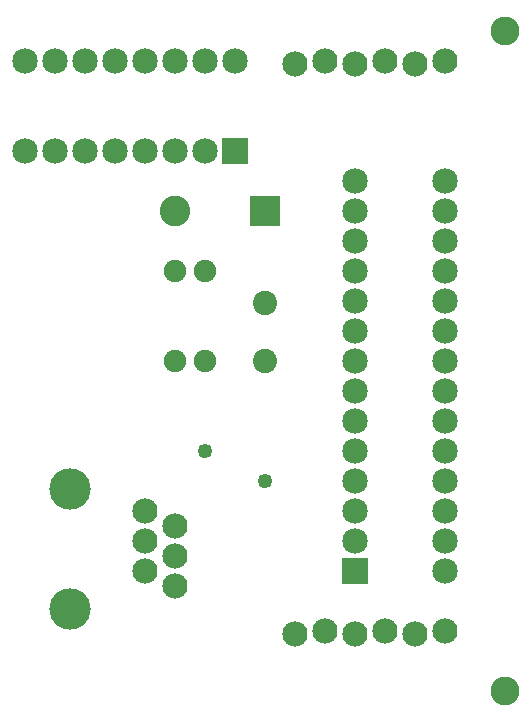
<source format=gts>
G04 MADE WITH FRITZING*
G04 WWW.FRITZING.ORG*
G04 DOUBLE SIDED*
G04 HOLES PLATED*
G04 CONTOUR ON CENTER OF CONTOUR VECTOR*
%ASAXBY*%
%FSLAX23Y23*%
%MOIN*%
%OFA0B0*%
%SFA1.0B1.0*%
%ADD10C,0.085000*%
%ADD11C,0.084000*%
%ADD12C,0.138000*%
%ADD13C,0.102000*%
%ADD14C,0.080925*%
%ADD15C,0.080866*%
%ADD16C,0.049370*%
%ADD17C,0.096614*%
%ADD18C,0.075000*%
%ADD19R,0.085000X0.085000*%
%ADD20R,0.102000X0.102000*%
%LNMASK1*%
G90*
G70*
G54D10*
X895Y1857D03*
X895Y2157D03*
X795Y1857D03*
X795Y2157D03*
X695Y1857D03*
X695Y2157D03*
X595Y1857D03*
X595Y2157D03*
X495Y1857D03*
X495Y2157D03*
X395Y1857D03*
X395Y2157D03*
X295Y1857D03*
X295Y2157D03*
X195Y1857D03*
X195Y2157D03*
X895Y1857D03*
X895Y2157D03*
X795Y1857D03*
X795Y2157D03*
X695Y1857D03*
X695Y2157D03*
X595Y1857D03*
X595Y2157D03*
X495Y1857D03*
X495Y2157D03*
X395Y1857D03*
X395Y2157D03*
X295Y1857D03*
X295Y2157D03*
X195Y1857D03*
X195Y2157D03*
G54D11*
X695Y407D03*
X595Y457D03*
X695Y507D03*
X595Y557D03*
X695Y607D03*
X595Y657D03*
G54D12*
X345Y332D03*
X345Y732D03*
G54D11*
X695Y407D03*
X595Y457D03*
X695Y507D03*
X595Y557D03*
X695Y607D03*
X595Y657D03*
G54D12*
X345Y332D03*
X345Y732D03*
G54D11*
X695Y407D03*
X595Y457D03*
X695Y507D03*
X595Y557D03*
X695Y607D03*
X595Y657D03*
G54D12*
X345Y332D03*
X345Y732D03*
G54D13*
X995Y1657D03*
X695Y1657D03*
X995Y1657D03*
X695Y1657D03*
G54D14*
X995Y1350D03*
G54D15*
X995Y1157D03*
G54D14*
X995Y1350D03*
G54D15*
X995Y1157D03*
G54D11*
X1095Y247D03*
X1195Y257D03*
X1295Y247D03*
X1395Y257D03*
X1495Y247D03*
X1595Y257D03*
X1095Y247D03*
X1195Y257D03*
X1295Y247D03*
X1395Y257D03*
X1495Y247D03*
X1595Y257D03*
G54D10*
X1295Y457D03*
X1595Y457D03*
X1295Y557D03*
X1595Y557D03*
X1295Y657D03*
X1595Y657D03*
X1295Y757D03*
X1595Y757D03*
X1295Y857D03*
X1595Y857D03*
X1295Y957D03*
X1595Y957D03*
X1295Y1057D03*
X1595Y1057D03*
X1295Y1157D03*
X1595Y1157D03*
X1295Y1257D03*
X1595Y1257D03*
X1295Y1357D03*
X1595Y1357D03*
X1295Y1457D03*
X1595Y1457D03*
X1295Y1557D03*
X1595Y1557D03*
X1295Y1657D03*
X1595Y1657D03*
X1295Y1757D03*
X1595Y1757D03*
X1295Y457D03*
X1595Y457D03*
X1295Y557D03*
X1595Y557D03*
X1295Y657D03*
X1595Y657D03*
X1295Y757D03*
X1595Y757D03*
X1295Y857D03*
X1595Y857D03*
X1295Y957D03*
X1595Y957D03*
X1295Y1057D03*
X1595Y1057D03*
X1295Y1157D03*
X1595Y1157D03*
X1295Y1257D03*
X1595Y1257D03*
X1295Y1357D03*
X1595Y1357D03*
X1295Y1457D03*
X1595Y1457D03*
X1295Y1557D03*
X1595Y1557D03*
X1295Y1657D03*
X1595Y1657D03*
X1295Y1757D03*
X1595Y1757D03*
G54D16*
X795Y857D03*
X995Y757D03*
G54D11*
X1095Y2147D03*
X1195Y2157D03*
X1295Y2147D03*
X1395Y2157D03*
X1495Y2147D03*
X1595Y2157D03*
X1095Y2147D03*
X1195Y2157D03*
X1295Y2147D03*
X1395Y2157D03*
X1495Y2147D03*
X1595Y2157D03*
G54D17*
X1795Y57D03*
X1795Y2257D03*
G54D18*
X795Y1157D03*
X695Y1157D03*
X795Y1157D03*
X695Y1157D03*
X795Y1157D03*
X695Y1157D03*
X795Y1457D03*
X695Y1457D03*
X795Y1457D03*
X695Y1457D03*
X795Y1457D03*
X695Y1457D03*
G54D19*
X895Y1857D03*
X895Y1857D03*
G54D20*
X995Y1657D03*
X995Y1657D03*
G54D19*
X1295Y457D03*
X1295Y457D03*
G04 End of Mask1*
M02*
</source>
